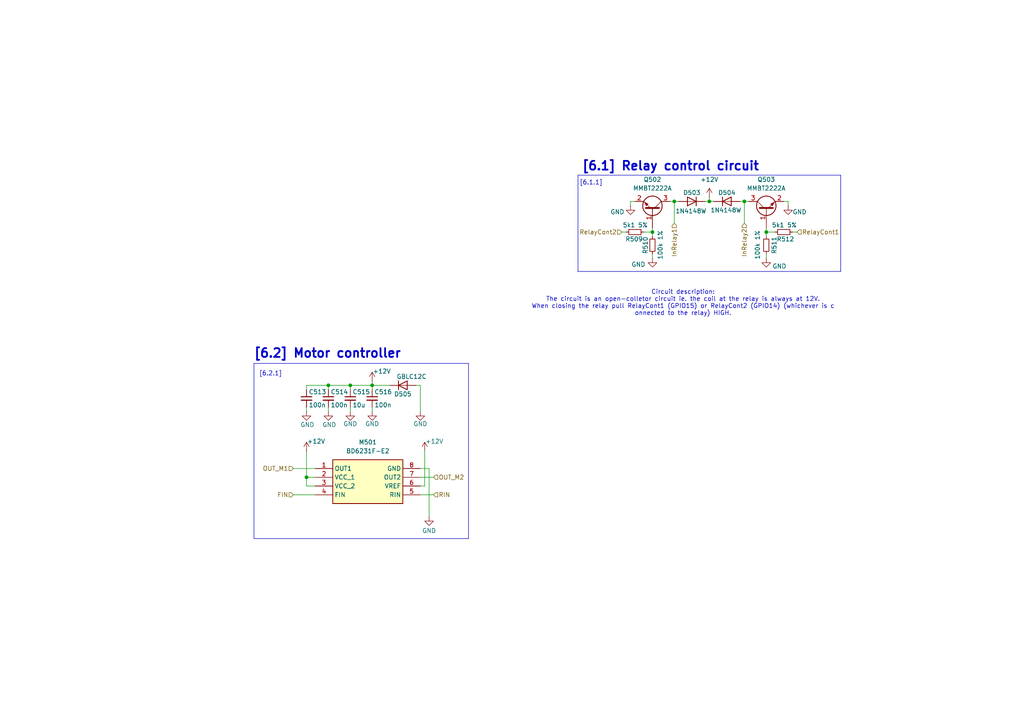
<source format=kicad_sch>
(kicad_sch (version 20231120) (generator "eeschema") (generator_version "8.0")
  (paper "A4")
  (title_block (title "SwitchSystemAddOn") (rev "3.3") (company "Gridlinx") (comment 1 "Kenan Kosack Henriksen"))
  (lib_symbols
    (symbol "+12V_1" (power) (pin_numbers hide) (pin_names (offset 0) hide)
      (property "Value" "+12V" (at 0 3.556 0))
      (symbol "+12V_1_0_1"
        (polyline (pts (xy -0.762 1.27) (xy 0 2.54)))
        (polyline (pts (xy 0 0) (xy 0 2.54)))
        (polyline (pts (xy 0 2.54) (xy 0.762 1.27)))
      )
      (symbol "+12V_1_1_1"
        (pin power_in line (at 0 0 90) (length 0) (name "~") (number "1"))
      )
    )
    (symbol "BD6231F-E2:BD6231F-E2"
      (property "Reference" "M" (at 26.67 7.62 0))
      (property "Value" "BD6231F-E2" (at 26.67 5.08 0))
      (symbol "BD6231F-E2_1_1"
        (rectangle (start 5.08 2.54) (end 25.4 -10.16) (stroke (width 0.254)) (fill (type background)))
        (pin passive line (at 0 0 0) (length 5.08) (name "OUT1") (number "1"))
        (pin passive line (at 0 -2.54 0) (length 5.08) (name "VCC_1") (number "2"))
        (pin passive line (at 0 -5.08 0) (length 5.08) (name "VCC_2") (number "3"))
        (pin passive line (at 0 -7.62 0) (length 5.08) (name "FIN") (number "4"))
        (pin passive line (at 30.48 -7.62 180) (length 5.08) (name "RIN") (number "5"))
        (pin passive line (at 30.48 -5.08 180) (length 5.08) (name "VREF") (number "6"))
        (pin passive line (at 30.48 -2.54 180) (length 5.08) (name "OUT2") (number "7"))
        (pin passive line (at 30.48 0 180) (length 5.08) (name "GND") (number "8"))
      )
    )
    (symbol "Device:C_Small" (pin_numbers hide) (pin_names (offset 0.254) hide)
      (property "Reference" "C" (at 0.254 1.778 0))
      (property "Value" "C_Small" (at 0.254 -2.032 0))
      (symbol "C_Small_0_1"
        (polyline (pts (xy -1.524 -0.508) (xy 1.524 -0.508)) (stroke (width 0.3302)))
        (polyline (pts (xy -1.524 0.508) (xy 1.524 0.508)) (stroke (width 0.3048)))
      )
      (symbol "C_Small_1_1"
        (pin passive line (at 0 2.54 270) (length 2.032) (name "~") (number "1"))
        (pin passive line (at 0 -2.54 90) (length 2.032) (name "~") (number "2"))
      )
    )
    (symbol "Device:D" (pin_numbers hide) (pin_names (offset 1.016) hide)
      (property "Reference" "D" (at 0 2.54 0))
      (property "Value" "D" (at 0 -2.54 0))
      (symbol "D_0_1"
        (polyline (pts (xy -1.27 1.27) (xy -1.27 -1.27)) (stroke (width 0.254)))
        (polyline (pts (xy 1.27 0) (xy -1.27 0)))
        (polyline (pts (xy 1.27 1.27) (xy 1.27 -1.27) (xy -1.27 0) (xy 1.27 1.27)) (stroke (width 0.254)))
      )
      (symbol "D_1_1"
        (pin passive line (at -3.81 0 0) (length 2.54) (name "K") (number "1"))
        (pin passive line (at 3.81 0 180) (length 2.54) (name "A") (number "2"))
      )
    )
    (symbol "Device:R_Small" (pin_numbers hide) (pin_names (offset 0.254) hide)
      (property "Reference" "R" (at 0.762 0.508 0))
      (property "Value" "R_Small" (at 0.762 -1.016 0))
      (symbol "R_Small_0_1"
        (rectangle (start -0.762 1.778) (end 0.762 -1.778) (stroke (width 0.2032)))
      )
      (symbol "R_Small_1_1"
        (pin passive line (at 0 2.54 270) (length 0.762) (name "~") (number "1"))
        (pin passive line (at 0 -2.54 90) (length 0.762) (name "~") (number "2"))
      )
    )
    (symbol "Diode:1N4148W" (pin_numbers hide) (pin_names hide)
      (property "Reference" "D" (at 0 2.54 0))
      (property "Value" "1N4148W" (at 0 -2.54 0))
      (symbol "1N4148W_0_1"
        (polyline (pts (xy -1.27 1.27) (xy -1.27 -1.27)) (stroke (width 0.254)))
        (polyline (pts (xy 1.27 0) (xy -1.27 0)))
        (polyline (pts (xy 1.27 1.27) (xy 1.27 -1.27) (xy -1.27 0) (xy 1.27 1.27)) (stroke (width 0.254)))
      )
      (symbol "1N4148W_1_1"
        (pin passive line (at -3.81 0 0) (length 2.54) (name "K") (number "1"))
        (pin passive line (at 3.81 0 180) (length 2.54) (name "A") (number "2"))
      )
    )
    (symbol "GND_1" (power) (pin_numbers hide) (pin_names (offset 0) hide)
      (property "Value" "GND" (at 0 -3.81 0))
      (symbol "GND_1_0_1"
        (polyline (pts (xy 0 0) (xy 0 -1.27) (xy 1.27 -1.27) (xy 0 -2.54) (xy -1.27 -1.27) (xy 0 -1.27)))
      )
      (symbol "GND_1_1_1"
        (pin power_in line (at 0 0 270) (length 0) (name "~") (number "1"))
      )
    )
    (symbol "Transistor_BJT:MMBT3904" (pin_names (offset 0) hide)
      (property "Reference" "Q" (at 5.08 1.905 0))
      (property "Value" "MMBT3904" (at 5.08 0 0))
      (symbol "MMBT3904_0_1"
        (polyline (pts (xy 0.635 0.635) (xy 2.54 2.54)))
        (polyline (pts (xy 0.635 -0.635) (xy 2.54 -2.54) (xy 2.54 -2.54)))
        (polyline (pts (xy 0.635 1.905) (xy 0.635 -1.905) (xy 0.635 -1.905)) (stroke (width 0.508)))
        (polyline (pts (xy 1.27 -1.778) (xy 1.778 -1.27) (xy 2.286 -2.286) (xy 1.27 -1.778) (xy 1.27 -1.778)) (fill (type outline)))
        (circle (center 1.27 0) (radius 2.8194) (stroke (width 0.254)))
      )
      (symbol "MMBT3904_1_1"
        (pin input line (at -5.08 0 0) (length 5.715) (name "B") (number "1"))
        (pin passive line (at 2.54 -5.08 90) (length 2.54) (name "E") (number "2"))
        (pin passive line (at 2.54 5.08 270) (length 2.54) (name "C") (number "3"))
      )
    )
  )
  (junction (at 205.74 58.42))
  (junction (at 215.9 58.42))
  (junction (at 95.25 111.76))
  (junction (at 189.23 67.31))
  (junction (at 101.6 111.76))
  (junction (at 222.25 67.31))
  (junction (at 88.9 138.43))
  (junction (at 107.95 111.76))
  (junction (at 195.58 58.42))
  (wire (pts (xy 121.92 135.89) (xy 124.46 135.89)))
  (polyline (pts (xy 73.66 156.21) (xy 135.89 156.21)))
  (wire (pts (xy 120.65 111.76) (xy 121.92 111.76)))
  (wire (pts (xy 189.23 67.31) (xy 189.23 68.58)))
  (wire (pts (xy 101.6 111.76) (xy 107.95 111.76)))
  (wire (pts (xy 214.63 58.42) (xy 215.9 58.42)))
  (wire (pts (xy 121.92 111.76) (xy 121.92 119.38)))
  (wire (pts (xy 204.47 58.42) (xy 205.74 58.42)))
  (wire (pts (xy 85.09 143.51) (xy 91.44 143.51)))
  (wire (pts (xy 107.95 111.76) (xy 113.03 111.76)))
  (wire (pts (xy 215.9 58.42) (xy 217.17 58.42)))
  (wire (pts (xy 189.23 73.66) (xy 189.23 74.93)))
  (wire (pts (xy 107.95 110.49) (xy 107.95 111.76)))
  (wire (pts (xy 95.25 113.03) (xy 95.25 111.76)))
  (wire (pts (xy 222.25 66.04) (xy 222.25 67.31)))
  (wire (pts (xy 88.9 140.97) (xy 88.9 138.43)))
  (polyline (pts (xy 167.64 78.74) (xy 243.84 78.74)))
  (wire (pts (xy 124.46 135.89) (xy 124.46 149.86)))
  (wire (pts (xy 228.6 59.69) (xy 228.6 58.42)))
  (wire (pts (xy 95.25 111.76) (xy 88.9 111.76)))
  (polyline (pts (xy 167.64 50.8) (xy 243.84 50.8)))
  (polyline (pts (xy 243.84 78.74) (xy 243.84 50.8)))
  (wire (pts (xy 195.58 58.42) (xy 196.85 58.42)))
  (polyline (pts (xy 135.89 156.21) (xy 135.89 105.41)))
  (wire (pts (xy 205.74 58.42) (xy 205.74 57.15)))
  (wire (pts (xy 228.6 58.42) (xy 227.33 58.42)))
  (polyline (pts (xy 73.66 105.41) (xy 73.66 156.21)))
  (wire (pts (xy 222.25 67.31) (xy 222.25 68.58)))
  (wire (pts (xy 88.9 138.43) (xy 91.44 138.43)))
  (wire (pts (xy 95.25 118.11) (xy 95.25 119.38)))
  (wire (pts (xy 107.95 118.11) (xy 107.95 119.38)))
  (wire (pts (xy 88.9 130.81) (xy 88.9 138.43)))
  (wire (pts (xy 229.87 67.31) (xy 231.14 67.31)))
  (wire (pts (xy 195.58 58.42) (xy 195.58 64.77)))
  (wire (pts (xy 91.44 140.97) (xy 88.9 140.97)))
  (polyline (pts (xy 167.64 50.8) (xy 167.64 78.74)))
  (wire (pts (xy 180.34 67.31) (xy 181.61 67.31)))
  (wire (pts (xy 182.88 59.69) (xy 182.88 58.42)))
  (polyline (pts (xy 73.66 105.41) (xy 135.89 105.41)))
  (wire (pts (xy 123.19 140.97) (xy 121.92 140.97)))
  (wire (pts (xy 121.92 143.51) (xy 125.73 143.51)))
  (wire (pts (xy 88.9 111.76) (xy 88.9 113.03)))
  (wire (pts (xy 222.25 73.66) (xy 222.25 74.93)))
  (wire (pts (xy 205.74 58.42) (xy 207.01 58.42)))
  (wire (pts (xy 85.09 135.89) (xy 91.44 135.89)))
  (wire (pts (xy 215.9 58.42) (xy 215.9 64.77)))
  (wire (pts (xy 194.31 58.42) (xy 195.58 58.42)))
  (wire (pts (xy 95.25 111.76) (xy 101.6 111.76)))
  (wire (pts (xy 123.19 130.81) (xy 123.19 140.97)))
  (wire (pts (xy 189.23 66.04) (xy 189.23 67.31)))
  (wire (pts (xy 101.6 118.11) (xy 101.6 119.38)))
  (wire (pts (xy 182.88 58.42) (xy 184.15 58.42)))
  (wire (pts (xy 222.25 67.31) (xy 224.79 67.31)))
  (wire (pts (xy 186.69 67.31) (xy 189.23 67.31)))
  (wire (pts (xy 88.9 118.11) (xy 88.9 119.38)))
  (wire (pts (xy 107.95 111.76) (xy 107.95 113.03)))
  (wire (pts (xy 121.92 138.43) (xy 125.73 138.43)))
  (wire (pts (xy 101.6 111.76) (xy 101.6 113.03)))
  (text "Circuit description:\nThe circuit is an open-colletor circuit ie. the coil at the relay is always at 12V.\nWhen closing the relay pull RelayCont1 (GPIO15) or RelayCont2 (GPIO14) (whichever is c\nonnected to the relay) HIGH." (at 198.12 87.884 0) (effects (font (size 1.27 1.27))))
  (text "[6.2.1]" (at 78.486 108.458 0) (effects (font (size 1.27 1.27))))
  (text "[6.1] Relay control circuit" (at 168.656 49.784 0) (effects (font (size 2.54 2.54) (thickness 0.508) (bold yes)) (justify left bottom)))
  (text "[6.2] Motor controller" (at 94.996 102.616 0) (effects (font (size 2.54 2.54) (thickness 0.508) (bold yes))))
  (text "[6.1.1]" (at 171.45 53.086 0) (effects (font (size 1.27 1.27))))
  (hierarchical_label "RelayCont2" (shape input) (at 180.34 67.31 180))
  (hierarchical_label "RIN" (shape input) (at 125.73 143.51 0))
  (hierarchical_label "RelayCont1" (shape input) (at 231.14 67.31 0))
  (hierarchical_label "InRelay2" (shape input) (at 215.9 64.77 270))
  (hierarchical_label "OUT_M1" (shape input) (at 85.09 135.89 180))
  (hierarchical_label "InRelay1" (shape input) (at 195.58 64.77 270))
  (hierarchical_label "FIN" (shape input) (at 85.09 143.51 180))
  (hierarchical_label "OUT_M2" (shape input) (at 125.73 138.43 0))
  (symbol (lib_id "Diode:1N4148W") (at 210.82 58.42 0) (unit 1)
    (property "Reference" "D504" (at 210.82 55.88 0))
    (property "Value" "1N4148W" (at 210.566 60.96 0))
    (property "Footprint" "Diode_SMD:D_SOD-123F" (effects (hide yes)))
    (property "Datasheet" "https://www.vishay.com/docs/85748/1n4148w.pdf" (effects (hide yes)))
    (property "Description" "DIODE GEN PURP 75V 0.15A SOD123F" (effects (hide yes)))
    (property "Sim.Device" "D" (effects (hide yes)))
    (property "Sim.Pins" "1=K 2=A" (effects (hide yes)))
    (property "Supplier link" "https://www.digikey.dk/en/products/detail/diotec-semiconductor/1N4148W/18833653" (effects (hide yes)))
    (property "Generic" "No" (effects (hide yes)))
    (property "Manufacturer_Name" "Diotec Semiconductor" (effects (hide yes)))
    (property "Manufacturer_Part_Number" "1N4148W" (effects (hide yes)))
  )
  (symbol (lib_name "GND_1") (lib_id "power:GND") (at 189.23 74.93 0) (unit 1)
    (property "Reference" "#PWR0522" (effects (hide yes)))
    (property "Value" "GND" (at 185.166 76.708 0))
    (property "Description" "Power symbol creates a global label with name \"GND\" , ground" (effects (hide yes)))
  )
  (symbol (lib_name "GND_1") (lib_id "power:GND") (at 121.92 119.38 0) (unit 1)
    (property "Reference" "#PWR0528" (effects (hide yes)))
    (property "Value" "GND" (at 121.92 122.936 0))
    (property "Description" "Power symbol creates a global label with name \"GND\" , ground" (effects (hide yes)))
  )
  (symbol (lib_id "Device:R_Small") (at 227.33 67.31 270) (unit 1)
    (property "Reference" "R512" (at 230.378 69.342 90) (effects (justify right)))
    (property "Value" "5k1 5%" (at 231.14 65.278 90) (effects (justify right)))
    (property "Footprint" "Resistor_SMD:R_0402_1005Metric" (effects (hide yes)))
    (property "Description" "5.1K OHM 5% 1/16W 0402" (effects (hide yes)))
    (property "Supplier link" "~ " (effects (hide yes)))
    (property "Generic" "Yes" (effects (hide yes)))
    (property "Manufacturer_Name" "~ " (effects (hide yes)))
    (property "Manufacturer_Part_Number" "~ " (effects (hide yes)))
  )
  (symbol (lib_id "Device:R_Small") (at 189.23 71.12 0) (unit 1)
    (property "Reference" "R510" (at 187.198 68.58 90) (effects (justify right)))
    (property "Value" "100k 1%" (at 191.516 66.802 90) (effects (justify right)))
    (property "Footprint" "Resistor_SMD:R_0402_1005Metric" (effects (hide yes)))
    (property "Description" "~ " (effects (hide yes)))
    (property "Supplier link" "~ " (effects (hide yes)))
    (property "Generic" "~ " (effects (hide yes)))
    (property "Manufacturer_Name" "~ " (effects (hide yes)))
    (property "Manufacturer_Part_Number" "~ " (effects (hide yes)))
  )
  (symbol (lib_id "Device:C_Small") (at 107.95 115.57 0) (unit 1)
    (property "Reference" "C516" (at 108.585 113.665 0) (effects (justify left)))
    (property "Value" "100n" (at 108.585 117.475 0) (effects (justify left)))
    (property "Footprint" "Capacitor_SMD:C_0402_1005Metric" (effects (hide yes)))
    (property "Description" "100n X7R 25V 0402" (effects (hide yes)))
    (property "Generic" "Yes" (effects (hide yes)))
    (property "Supplier link" "~ " (effects (hide yes)))
  )
  (symbol (lib_name "+12V_1") (lib_id "power:+12V") (at 88.9 130.81 0) (unit 1)
    (property "Reference" "#PWR0521" (effects (hide yes)))
    (property "Value" "+12V" (at 91.694 128.016 0))
    (property "Description" "Power symbol creates a global label with name \"+12V\"" (effects (hide yes)))
  )
  (symbol (lib_id "Device:C_Small") (at 95.25 115.57 0) (unit 1)
    (property "Reference" "C514" (at 95.885 113.665 0) (effects (justify left)))
    (property "Value" "100n" (at 95.885 117.475 0) (effects (justify left)))
    (property "Footprint" "Capacitor_SMD:C_0402_1005Metric" (effects (hide yes)))
    (property "Description" "100n X7R 25V 0402" (effects (hide yes)))
    (property "Generic" "Yes" (effects (hide yes)))
    (property "Supplier link" "~ " (effects (hide yes)))
  )
  (symbol (lib_name "GND_1") (lib_id "power:GND") (at 107.95 119.38 0) (unit 1)
    (property "Reference" "#PWR0527" (effects (hide yes)))
    (property "Value" "GND" (at 107.95 122.936 0))
    (property "Description" "Power symbol creates a global label with name \"GND\" , ground" (effects (hide yes)))
  )
  (symbol (lib_name "GND_1") (lib_id "power:GND") (at 182.88 59.69 0) (unit 1)
    (property "Reference" "#PWR0519" (effects (hide yes)))
    (property "Value" "GND" (at 179.07 61.468 0))
    (property "Description" "Power symbol creates a global label with name \"GND\" , ground" (effects (hide yes)))
  )
  (symbol (lib_id "Transistor_BJT:MMBT3904") (at 189.23 60.96 270) (mirror x) (unit 1)
    (property "Reference" "Q502" (at 189.23 52.07 90))
    (property "Value" "MMBT2222A" (at 189.23 54.61 90))
    (property "Footprint" "Package_TO_SOT_SMD:SOT-23" (effects (hide yes)))
    (property "Description" "BJT SOT-23 40V 600MA" (effects (hide yes)))
    (property "Supplier link" "https://www.digikey.dk/en/products/detail/diotec-semiconductor/MMBT2222A/13163394" (effects (hide yes)))
    (property "Manufacturer_Name" "Diotec Semiconductor" (effects (hide yes)))
    (property "Manufacturer_Part_Number" "MMBT2222A" (effects (hide yes)))
    (property "Generic" "No" (effects (hide yes)))
  )
  (symbol (lib_id "Device:R_Small") (at 222.25 71.12 0) (unit 1)
    (property "Reference" "R511" (at 224.536 68.58 90) (effects (justify right)))
    (property "Value" "100k 1%" (at 219.71 66.802 90) (effects (justify right)))
    (property "Footprint" "Resistor_SMD:R_0402_1005Metric" (effects (hide yes)))
    (property "Description" "~ " (effects (hide yes)))
    (property "Supplier link" "~ " (effects (hide yes)))
    (property "Manufacturer_Part_Number" "~ " (effects (hide yes)))
  )
  (symbol (lib_name "GND_1") (lib_id "power:GND") (at 222.25 74.93 0) (unit 1)
    (property "Reference" "#PWR0529" (effects (hide yes)))
    (property "Value" "GND" (at 226.06 77.216 0))
    (property "Description" "Power symbol creates a global label with name \"GND\" , ground" (effects (hide yes)))
  )
  (symbol (lib_id "Transistor_BJT:MMBT3904") (at 222.25 60.96 90) (unit 1)
    (property "Reference" "Q503" (at 222.25 52.07 90))
    (property "Value" "MMBT2222A" (at 222.25 54.61 90))
    (property "Footprint" "Package_TO_SOT_SMD:SOT-23" (effects (hide yes)))
    (property "Description" "BJT SOT-23 40V 600MA" (effects (hide yes)))
    (property "Supplier link" "https://www.digikey.dk/en/products/detail/diotec-semiconductor/MMBT2222A/13163394" (effects (hide yes)))
    (property "Manufacturer_Name" "Diotec Semiconductor" (effects (hide yes)))
    (property "Manufacturer_Part_Number" "MMBT2222A" (effects (hide yes)))
    (property "Generic" "No" (effects (hide yes)))
  )
  (symbol (lib_name "GND_1") (lib_id "power:GND") (at 101.6 119.38 0) (unit 1)
    (property "Reference" "#PWR0524" (effects (hide yes)))
    (property "Value" "GND" (at 101.6 122.936 0))
    (property "Description" "Power symbol creates a global label with name \"GND\" , ground" (effects (hide yes)))
  )
  (symbol (lib_name "+12V_1") (lib_id "power:+12V") (at 205.74 57.15 0) (unit 1)
    (property "Reference" "#PWR0525" (effects (hide yes)))
    (property "Value" "+12V" (at 205.74 52.07 0))
    (property "Description" "Power symbol creates a global label with name \"+12V\"" (effects (hide yes)))
  )
  (symbol (lib_name "GND_1") (lib_id "power:GND") (at 95.25 119.38 0) (unit 1)
    (property "Reference" "#PWR0523" (effects (hide yes)))
    (property "Value" "GND" (at 95.504 123.19 0))
    (property "Description" "Power symbol creates a global label with name \"GND\" , ground" (effects (hide yes)))
  )
  (symbol (lib_id "Device:D") (at 116.84 111.76 0) (unit 1)
    (property "Reference" "D505" (at 116.84 114.3 0))
    (property "Value" "GBLC12C" (at 119.38 109.22 0))
    (property "Footprint" "Diode_SMD:D_SOD-323" (effects (hide yes)))
    (property "Description" "TVS DIODE 12V   VBR MIN 13.3V SO" (effects (hide yes)))
    (property "Sim.Device" "D" (effects (hide yes)))
    (property "Sim.Pins" "1=K 2=A" (effects (hide yes)))
    (property "Supplier link" "https://www.digikey.dk/en/products/detail/anbon-semiconductor-int-l-limited/GBLC12C/21774386" (effects (hide yes)))
    (property "Generic" "No" (effects (hide yes)))
    (property "Manufacturer_Name" "ANBON SEMICONDUCTOR (INT'L) LIMITED" (effects (hide yes)))
    (property "Manufacturer_Part_Number" "GBLC12C" (effects (hide yes)))
  )
  (symbol (lib_id "Device:R_Small") (at 184.15 67.31 90) (unit 1)
    (property "Reference" "R509" (at 181.356 69.342 90) (effects (justify right)))
    (property "Value" "5k1 5%" (at 180.594 65.278 90) (effects (justify right)))
    (property "Footprint" "Resistor_SMD:R_0402_1005Metric" (effects (hide yes)))
    (property "Description" "5.1K OHM 5% 1/16W 0402" (effects (hide yes)))
    (property "Generic" "Yes" (effects (hide yes)))
    (property "Supplier link" "~ " (effects (hide yes)))
    (property "Manufacturer_Name" "~ " (effects (hide yes)))
    (property "Manufacturer_Part_Number" "~ " (effects (hide yes)))
  )
  (symbol (lib_id "Device:C_Small") (at 88.9 115.57 0) (unit 1)
    (property "Reference" "C513" (at 89.535 113.665 0) (effects (justify left)))
    (property "Value" "100n" (at 89.535 117.475 0) (effects (justify left)))
    (property "Footprint" "Capacitor_SMD:C_0402_1005Metric" (effects (hide yes)))
    (property "Description" "100n X7R 25V 0402" (effects (hide yes)))
    (property "Generic" "Yes" (effects (hide yes)))
    (property "Supplier link" "~ " (effects (hide yes)))
  )
  (symbol (lib_name "GND_1") (lib_id "power:GND") (at 88.9 119.38 0) (unit 1)
    (property "Reference" "#PWR0520" (effects (hide yes)))
    (property "Value" "GND" (at 89.154 123.19 0))
    (property "Description" "Power symbol creates a global label with name \"GND\" , ground" (effects (hide yes)))
  )
  (symbol (lib_name "GND_1") (lib_id "power:GND") (at 228.6 59.69 0) (unit 1)
    (property "Reference" "#PWR0532" (effects (hide yes)))
    (property "Value" "GND" (at 231.902 61.468 0))
    (property "Description" "Power symbol creates a global label with name \"GND\" , ground" (effects (hide yes)))
  )
  (symbol (lib_name "GND_1") (lib_id "power:GND") (at 124.46 149.86 0) (unit 1)
    (property "Reference" "#PWR0531" (effects (hide yes)))
    (property "Value" "GND" (at 124.46 153.924 0))
    (property "Description" "Power symbol creates a global label with name \"GND\" , ground" (effects (hide yes)))
  )
  (symbol (lib_id "BD6231F-E2:BD6231F-E2") (at 91.44 135.89 0) (unit 1)
    (property "Reference" "M501" (at 106.68 128.27 0))
    (property "Value" "BD6231F-E2" (at 106.68 130.81 0))
    (property "Footprint" "Footprints:SOIC127P620X160-8N" (effects (hide yes)))
    (property "Datasheet" "https://componentsearchengine.com/Datasheets/2/BD6231F-E2.pdf" (effects (hide yes)))
    (property "Description" "H-Bridge motor driver,36V,1A,SOP8 ROHM BD6231F-E2 Full Bridge Motor Driver 1A, 8-Pin SOP" (effects (hide yes)))
    (property "Height" "1.6" (effects (hide yes)))
    (property "Mouser Part Number" "755-BD6231F-E2" (effects (hide yes)))
    (property "Mouser Price/Stock" "https://www.mouser.co.uk/ProductDetail/ROHM-Semiconductor/BD6231F-E2?qs=WqWCsLCZBkp8mNV%2F5ZjAuA%3D%3D" (effects (hide yes)))
    (property "Manufacturer_Name" "ROHM Semiconductor" (effects (hide yes)))
    (property "Manufacturer_Part_Number" "BD6231F-E2" (effects (hide yes)))
    (property "Supplier link" "https://www.digikey.dk/en/products/detail/rohm-semiconductor/BD6231F-E2/1739147?s=N4IgTCBcDaIEIBEBsYDMBGAYgWgKIQF0BfIA" (effects (hide yes)))
    (property "Generic" "No" (effects (hide yes)))
  )
  (symbol (lib_name "+12V_1") (lib_id "power:+12V") (at 123.19 130.81 0) (unit 1)
    (property "Reference" "#PWR0530" (effects (hide yes)))
    (property "Value" "+12V" (at 125.984 128.016 0))
    (property "Description" "Power symbol creates a global label with name \"+12V\"" (effects (hide yes)))
  )
  (symbol (lib_id "Device:C_Small") (at 101.6 115.57 0) (unit 1)
    (property "Reference" "C515" (at 102.235 113.665 0) (effects (justify left)))
    (property "Value" "10u" (at 102.235 117.475 0) (effects (justify left)))
    (property "Footprint" "Capacitor_SMD:C_0805_2012Metric" (effects (hide yes)))
    (property "Description" "10u X7R 16V 0805" (effects (hide yes)))
    (property "Supplier link" "~ " (effects (hide yes)))
    (property "Generic" "Yes" (effects (hide yes)))
  )
  (symbol (lib_id "Diode:1N4148W") (at 200.66 58.42 180) (unit 1)
    (property "Reference" "D503" (at 200.66 55.88 0))
    (property "Value" "1N4148W" (at 200.406 61.214 0))
    (property "Footprint" "Diode_SMD:D_SOD-123F" (effects (hide yes)))
    (property "Datasheet" "https://www.vishay.com/docs/85748/1n4148w.pdf" (effects (hide yes)))
    (property "Description" "DIODE GEN PURP 75V 0.15A SOD123F" (effects (hide yes)))
    (property "Sim.Device" "D" (effects (hide yes)))
    (property "Sim.Pins" "1=K 2=A" (effects (hide yes)))
    (property "Supplier link" "https://www.digikey.dk/en/products/detail/diotec-semiconductor/1N4148W/18833653" (effects (hide yes)))
    (property "Generic" "No" (effects (hide yes)))
    (property "Manufacturer_Name" "Diotec Semiconductor" (effects (hide yes)))
    (property "Manufacturer_Part_Number" "1N4148W" (effects (hide yes)))
  )
  (symbol (lib_name "+12V_1") (lib_id "power:+12V") (at 107.95 110.49 0) (unit 1)
    (property "Reference" "#PWR0526" (effects (hide yes)))
    (property "Value" "+12V" (at 110.744 107.696 0))
    (property "Description" "Power symbol creates a global label with name \"+12V\"" (effects (hide yes)))
  )
)
</source>
